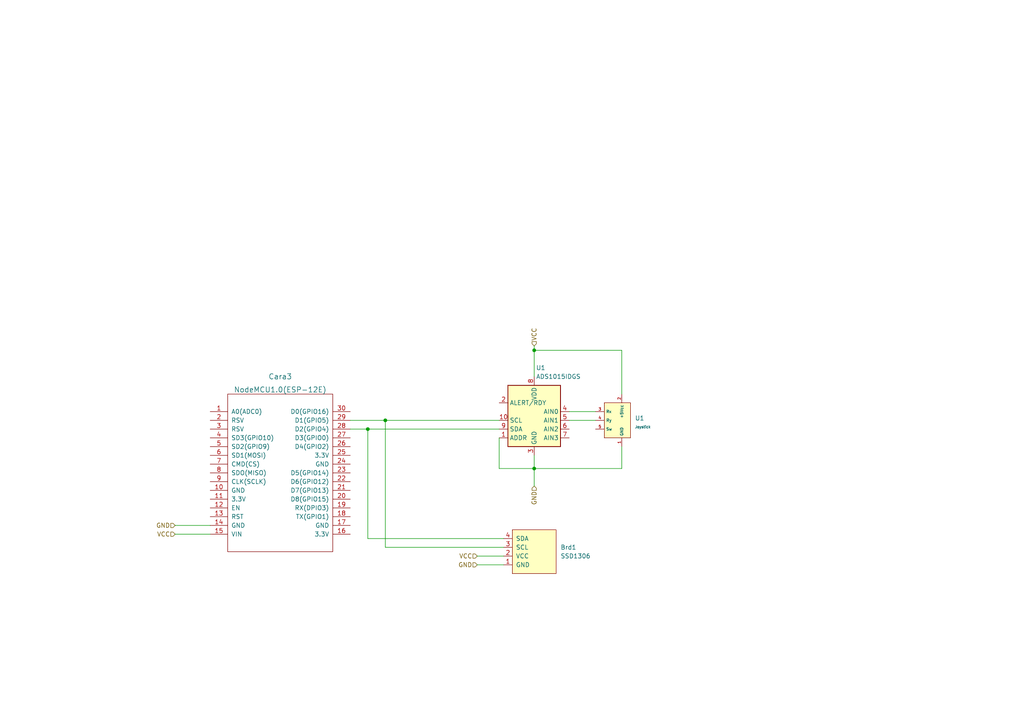
<source format=kicad_sch>
(kicad_sch (version 20211123) (generator eeschema)
  (paper "A4")
  (title_block (title "Testing de esquematicos") (date "2022-11-26") (rev "0.0.1") (company "Proyecto la Caja"))
  (lib_symbols
    (symbol "Analog_ADC:ADS1015IDGS"
      (property "Reference" "U" (at 2.54 13.97 0))
      (property "Value" "ADS1015IDGS" (at 7.62 11.43 0))
      (symbol "ADS1015IDGS_0_1"
        (rectangle (start -7.62 10.16) (end 7.62 -7.62) (stroke (width 0.254)) (fill (type background)))
      )
      (symbol "ADS1015IDGS_1_1"
        (pin input line (at 10.16 -5.08 180) (length 2.54) (name "ADDR") (number "1"))
        (pin input line (at 10.16 0 180) (length 2.54) (name "SCL") (number "10"))
        (pin output line (at 10.16 5.08 180) (length 2.54) (name "ALERT/RDY") (number "2"))
        (pin power_in line (at 0 -10.16 90) (length 2.54) (name "GND") (number "3"))
        (pin input line (at -10.16 2.54 0) (length 2.54) (name "AIN0") (number "4"))
        (pin input line (at -10.16 0 0) (length 2.54) (name "AIN1") (number "5"))
        (pin input line (at -10.16 -2.54 0) (length 2.54) (name "AIN2") (number "6"))
        (pin input line (at -10.16 -5.08 0) (length 2.54) (name "AIN3") (number "7"))
        (pin power_in line (at 0 12.7 270) (length 2.54) (name "VDD") (number "8"))
        (pin bidirectional line (at 10.16 -2.54 180) (length 2.54) (name "SDA") (number "9"))
      )
    )
    (symbol "ESP8266:NodeMCU1.0(ESP-12E)" (pin_names (offset 1.016))
      (property "Reference" "U" (at 0 21.59 0))
      (property "Value" "NodeMCU1.0(ESP-12E)" (at 0 -21.59 0))
      (symbol "NodeMCU1.0(ESP-12E)_0_1"
        (rectangle (start -15.24 -22.86) (end 15.24 22.86))
      )
      (symbol "NodeMCU1.0(ESP-12E)_1_1"
        (pin input line (at -20.32 17.78 0) (length 5.08) (name "A0(ADC0)") (number "1"))
        (pin input line (at -20.32 -5.08 0) (length 5.08) (name "GND") (number "10"))
        (pin input line (at -20.32 -7.62 0) (length 5.08) (name "3.3V") (number "11"))
        (pin input line (at -20.32 -10.16 0) (length 5.08) (name "EN") (number "12"))
        (pin input line (at -20.32 -12.7 0) (length 5.08) (name "RST") (number "13"))
        (pin input line (at -20.32 -15.24 0) (length 5.08) (name "GND") (number "14"))
        (pin input line (at -20.32 -17.78 0) (length 5.08) (name "VIN") (number "15"))
        (pin input line (at 20.32 -17.78 180) (length 5.08) (name "3.3V") (number "16"))
        (pin input line (at 20.32 -15.24 180) (length 5.08) (name "GND") (number "17"))
        (pin input line (at 20.32 -12.7 180) (length 5.08) (name "TX(GPIO1)") (number "18"))
        (pin input line (at 20.32 -10.16 180) (length 5.08) (name "RX(DPIO3)") (number "19"))
        (pin input line (at -20.32 15.24 0) (length 5.08) (name "RSV") (number "2"))
        (pin input line (at 20.32 -7.62 180) (length 5.08) (name "D8(GPIO15)") (number "20"))
        (pin input line (at 20.32 -5.08 180) (length 5.08) (name "D7(GPIO13)") (number "21"))
        (pin input line (at 20.32 -2.54 180) (length 5.08) (name "D6(GPIO12)") (number "22"))
        (pin input line (at 20.32 0 180) (length 5.08) (name "D5(GPIO14)") (number "23"))
        (pin input line (at 20.32 2.54 180) (length 5.08) (name "GND") (number "24"))
        (pin input line (at 20.32 5.08 180) (length 5.08) (name "3.3V") (number "25"))
        (pin input line (at 20.32 7.62 180) (length 5.08) (name "D4(GPIO2)") (number "26"))
        (pin input line (at 20.32 10.16 180) (length 5.08) (name "D3(GPIO0)") (number "27"))
        (pin input line (at 20.32 12.7 180) (length 5.08) (name "D2(GPIO4)") (number "28"))
        (pin input line (at 20.32 15.24 180) (length 5.08) (name "D1(GPIO5)") (number "29"))
        (pin input line (at -20.32 12.7 0) (length 5.08) (name "RSV") (number "3"))
        (pin input line (at 20.32 17.78 180) (length 5.08) (name "D0(GPIO16)") (number "30"))
        (pin input line (at -20.32 10.16 0) (length 5.08) (name "SD3(GPIO10)") (number "4"))
        (pin input line (at -20.32 7.62 0) (length 5.08) (name "SD2(GPIO9)") (number "5"))
        (pin input line (at -20.32 5.08 0) (length 5.08) (name "SD1(MOSI)") (number "6"))
        (pin input line (at -20.32 2.54 0) (length 5.08) (name "CMD(CS)") (number "7"))
        (pin input line (at -20.32 0 0) (length 5.08) (name "SDO(MISO)") (number "8"))
        (pin input line (at -20.32 -2.54 0) (length 5.08) (name "CLK(SCLK)") (number "9"))
      )
    )
    (symbol "LCD:SSD1306" (pin_names (offset 1.016))
      (property "Reference" "Brd" (at 0 -3.81 0))
      (property "Value" "SSD1306" (at 0 -1.27 0))
      (symbol "SSD1306_0_1"
        (rectangle (start -6.35 6.35) (end 6.35 -6.35) (fill (type background)))
      )
      (symbol "SSD1306_1_1"
        (pin input line (at -3.81 8.89 270) (length 2.54) (name "GND") (number "1"))
        (pin input line (at -1.27 8.89 270) (length 2.54) (name "VCC") (number "2"))
        (pin input line (at 1.27 8.89 270) (length 2.54) (name "SCL") (number "3"))
        (pin input line (at 3.81 8.89 270) (length 2.54) (name "SDA") (number "4"))
      )
    )
    (symbol "LaCaja_simbolos:Joystick"
      (property "Reference" "U" (at 7.62 1.27 0))
      (property "Value" "Joystick" (at 7.62 -1.27 0))
      (symbol "Joystick_0_1"
        (rectangle (start -3.81 5.08) (end 3.81 -5.08) (fill (type background)))
      )
      (symbol "Joystick_1_1"
        (pin output line (at 1.27 -7.62 90) (length 2.54) (name "GND") (number "1"))
        (pin output line (at 1.27 7.62 270) (length 2.54) (name "+5Vcc") (number "2"))
        (pin output line (at -6.35 2.54 0) (length 2.54) (name "Rx") (number "3"))
        (pin output line (at -6.35 0 0) (length 2.54) (name "Ry") (number "4"))
        (pin output line (at -6.35 -2.54 0) (length 2.54) (name "Sw") (number "5"))
      )
    )
  )
  (junction (at 111.76 121.92))
  (junction (at 154.94 135.89))
  (junction (at 154.94 101.6))
  (junction (at 106.68 124.46))
  (wire (pts (xy 165.1 119.38) (xy 172.72 119.38)))
  (wire (pts (xy 111.76 121.92) (xy 111.76 158.75)))
  (wire (pts (xy 60.96 152.4) (xy 50.8 152.4)))
  (wire (pts (xy 111.76 121.92) (xy 144.78 121.92)))
  (wire (pts (xy 106.68 156.21) (xy 146.05 156.21)))
  (wire (pts (xy 101.6 121.92) (xy 111.76 121.92)))
  (wire (pts (xy 165.1 121.92) (xy 172.72 121.92)))
  (wire (pts (xy 180.34 129.54) (xy 180.34 135.89)))
  (wire (pts (xy 138.43 163.83) (xy 146.05 163.83)))
  (wire (pts (xy 144.78 127) (xy 144.78 135.89)))
  (wire (pts (xy 180.34 135.89) (xy 154.94 135.89)))
  (wire (pts (xy 180.34 101.6) (xy 154.94 101.6)))
  (wire (pts (xy 154.94 101.6) (xy 154.94 109.22)))
  (wire (pts (xy 154.94 135.89) (xy 154.94 140.97)))
  (wire (pts (xy 154.94 100.33) (xy 154.94 101.6)))
  (wire (pts (xy 180.34 114.3) (xy 180.34 101.6)))
  (wire (pts (xy 106.68 124.46) (xy 106.68 156.21)))
  (wire (pts (xy 111.76 158.75) (xy 146.05 158.75)))
  (wire (pts (xy 50.8 154.94) (xy 60.96 154.94)))
  (wire (pts (xy 154.94 132.08) (xy 154.94 135.89)))
  (wire (pts (xy 106.68 124.46) (xy 144.78 124.46)))
  (wire (pts (xy 138.43 161.29) (xy 146.05 161.29)))
  (wire (pts (xy 101.6 124.46) (xy 106.68 124.46)))
  (wire (pts (xy 144.78 135.89) (xy 154.94 135.89)))
  (hierarchical_label "GND" (shape input) (at 138.43 163.83 180))
  (hierarchical_label "GND" (shape input) (at 50.8 152.4 180))
  (hierarchical_label "VCC" (shape input) (at 138.43 161.29 180))
  (hierarchical_label "VCC" (shape input) (at 154.94 100.33 90))
  (hierarchical_label "VCC" (shape input) (at 50.8 154.94 180))
  (hierarchical_label "GND" (shape input) (at 154.94 140.97 270))
  (symbol (lib_id "LCD:SSD1306") (at 154.94 160.02 90) (unit 1)
    (property "Reference" "Brd1" (at 162.56 158.7499 90) (effects (justify right)))
    (property "Value" "SSD1306" (at 162.56 161.2899 90) (effects (justify right)))
  )
  (symbol (lib_id "LaCaja_simbolos:Joystick") (at 179.07 121.92 0) (unit 1)
    (property "Reference" "U1" (at 184.15 121.2849 0) (effects (justify left)))
    (property "Value" "Joystick" (at 184.15 123.8249 0) (effects (font (size 0.75 0.75)) (justify left)))
  )
  (symbol (lib_id "Analog_ADC:ADS1015IDGS") (at 154.94 121.92 0) (mirror y) (unit 1)
    (property "Reference" "U1" (at 155.4606 106.68 0) (effects (justify right)))
    (property "Value" "ADS1015IDGS" (at 155.4606 109.22 0) (effects (justify right)))
    (property "Footprint" "Package_SO:TSSOP-10_3x3mm_P0.5mm" (effects hide))
    (property "Datasheet" "http://www.ti.com/lit/ds/symlink/ads1015.pdf" (effects hide))
  )
  (symbol (lib_id "ESP8266:NodeMCU1.0(ESP-12E)") (at 81.28 137.16 0) (unit 1)
    (property "Reference" "Cara3" (at 81.28 109.22 0) (effects (font (size 1.524 1.524))))
    (property "Value" "NodeMCU1.0(ESP-12E)" (at 81.28 113.03 0) (effects (font (size 1.524 1.524))))
    (property "Datasheet" "https://www.esploradores.com/wp-content/uploads/2019/11/PINOUT-NodeMCU_1.0-V2-2_2.jpg" (effects hide))
    (property "Precio" "10€" (effects hide))
  )
)
</source>
